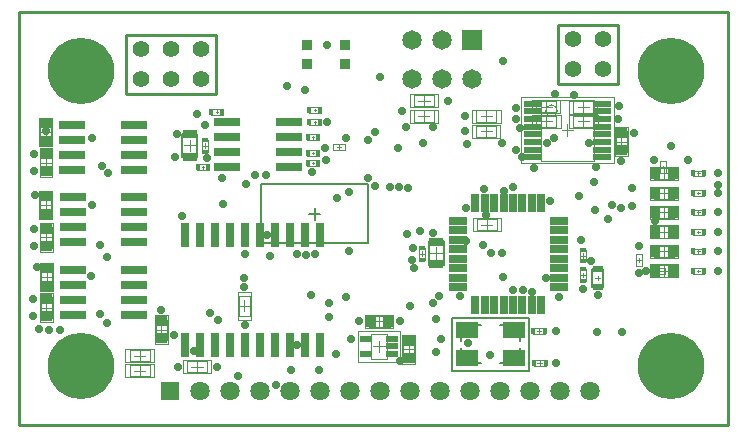
<source format=gts>
G04*
G04 #@! TF.GenerationSoftware,Altium Limited,Altium Designer,18.0.12 (696)*
G04*
G04 Layer_Color=8388736*
%FSLAX44Y44*%
%MOMM*%
G71*
G01*
G75*
%ADD14C,0.2540*%
%ADD15C,0.2000*%
%ADD19C,0.1270*%
%ADD20C,0.1000*%
%ADD21C,0.0500*%
%ADD22R,1.3000X0.8000*%
%ADD23R,0.6000X0.4500*%
%ADD24R,0.4000X0.6000*%
%ADD30R,0.9000X0.5000*%
%ADD31R,0.4500X0.6000*%
%ADD39R,1.9270X1.3270*%
%ADD40R,2.3270X0.7270*%
%ADD41R,0.8270X1.0270*%
%ADD42R,1.6270X0.6770*%
%ADD43R,0.6770X1.6270*%
%ADD44R,1.0270X0.9270*%
%ADD45R,0.9270X1.0270*%
%ADD46R,1.0270X0.8270*%
%ADD47R,0.9770X0.5270*%
%ADD48R,1.5270X0.5770*%
%ADD49R,0.8270X0.8770*%
%ADD50R,0.7270X2.1270*%
%ADD51C,0.1270*%
%ADD52R,1.6270X1.6270*%
%ADD53C,1.6270*%
%ADD54C,1.3970*%
%ADD55C,1.6510*%
%ADD56R,1.6510X1.6510*%
%ADD57C,5.6270*%
%ADD58C,0.7270*%
G36*
X233180Y253840D02*
X222198D01*
Y258759D01*
X233180D01*
Y253840D01*
D02*
G37*
G36*
X182180D02*
X171085D01*
Y258806D01*
X182180D01*
Y253840D01*
D02*
G37*
G36*
X101704Y251804D02*
X90722D01*
Y256723D01*
X101704D01*
Y251804D01*
D02*
G37*
G36*
X50704D02*
X39609D01*
Y256770D01*
X50704D01*
Y251804D01*
D02*
G37*
G36*
X233180Y241140D02*
X222216D01*
Y246056D01*
X233180D01*
Y241140D01*
D02*
G37*
G36*
X182180D02*
X171096D01*
Y246064D01*
X182180D01*
Y241140D01*
D02*
G37*
G36*
X101704Y239104D02*
X90740D01*
Y244020D01*
X101704D01*
Y239104D01*
D02*
G37*
G36*
X50704D02*
X39620D01*
Y244028D01*
X50704D01*
Y239104D01*
D02*
G37*
G36*
X233180Y228440D02*
X222227D01*
Y233331D01*
X233180D01*
Y228440D01*
D02*
G37*
G36*
X182180D02*
X171150D01*
Y233336D01*
X182180D01*
Y228440D01*
D02*
G37*
G36*
X101704Y226404D02*
X90751D01*
Y231295D01*
X101704D01*
Y226404D01*
D02*
G37*
G36*
X50704D02*
X39674D01*
Y231300D01*
X50704D01*
Y226404D01*
D02*
G37*
G36*
X233180Y215740D02*
X222219D01*
Y220607D01*
X233180D01*
Y215740D01*
D02*
G37*
G36*
X182180D02*
X171150D01*
Y220624D01*
X182180D01*
Y215740D01*
D02*
G37*
G36*
X101704Y213704D02*
X90743D01*
Y218571D01*
X101704D01*
Y213704D01*
D02*
G37*
G36*
X50704D02*
X39674D01*
Y218588D01*
X50704D01*
Y213704D01*
D02*
G37*
G36*
X102212Y190336D02*
X91230D01*
Y195255D01*
X102212D01*
Y190336D01*
D02*
G37*
G36*
X51212D02*
X40117D01*
Y195302D01*
X51212D01*
Y190336D01*
D02*
G37*
G36*
X102212Y177636D02*
X91248D01*
Y182552D01*
X102212D01*
Y177636D01*
D02*
G37*
G36*
X51212D02*
X40128D01*
Y182560D01*
X51212D01*
Y177636D01*
D02*
G37*
G36*
X102212Y164936D02*
X91259D01*
Y169827D01*
X102212D01*
Y164936D01*
D02*
G37*
G36*
X51212D02*
X40182D01*
Y169832D01*
X51212D01*
Y164936D01*
D02*
G37*
G36*
X102212Y152236D02*
X91251D01*
Y157103D01*
X102212D01*
Y152236D01*
D02*
G37*
G36*
X51212D02*
X40182D01*
Y157120D01*
X51212D01*
Y152236D01*
D02*
G37*
G36*
X102356Y129204D02*
X91374D01*
Y134123D01*
X102356D01*
Y129204D01*
D02*
G37*
G36*
X51356D02*
X40261D01*
Y134170D01*
X51356D01*
Y129204D01*
D02*
G37*
G36*
X102356Y116504D02*
X91392D01*
Y121420D01*
X102356D01*
Y116504D01*
D02*
G37*
G36*
X51356D02*
X40272D01*
Y121428D01*
X51356D01*
Y116504D01*
D02*
G37*
G36*
X102356Y103804D02*
X91403D01*
Y108695D01*
X102356D01*
Y103804D01*
D02*
G37*
G36*
X51356D02*
X40326D01*
Y108700D01*
X51356D01*
Y103804D01*
D02*
G37*
G36*
X102356Y91104D02*
X91395D01*
Y95971D01*
X102356D01*
Y91104D01*
D02*
G37*
G36*
X51356D02*
X40326D01*
Y95988D01*
X51356D01*
Y91104D01*
D02*
G37*
D14*
X166190Y280468D02*
Y330252D01*
X89990D02*
X166190D01*
X89990Y280468D02*
Y330252D01*
Y280468D02*
X166190D01*
X455930Y338836D02*
X506730D01*
Y289052D02*
Y338836D01*
X455930Y289052D02*
X506730D01*
X455930D02*
Y338836D01*
X0Y0D02*
X600000D01*
X0D02*
Y350000D01*
X600000D01*
Y0D02*
Y350000D01*
D15*
X346810Y135796D02*
X359310D01*
Y155796D01*
X346810D02*
X359310D01*
X346810Y135796D02*
Y155796D01*
X205000Y153900D02*
X225000D01*
X205000D02*
Y203900D01*
X295000D01*
Y153900D02*
Y203900D01*
X225000Y153900D02*
X295000D01*
X150522Y226728D02*
Y246728D01*
X138022Y226728D02*
X150522D01*
X138022D02*
Y246728D01*
X150522D01*
X485307Y116710D02*
X493807D01*
Y132210D01*
X485307D02*
X493807D01*
X485307Y116710D02*
Y132210D01*
X250000Y173900D02*
Y183900D01*
Y178900D02*
Y183900D01*
X245000Y178900D02*
X250000D01*
X245000D02*
X255000D01*
D19*
X423780Y55580D02*
G03*
X420780Y52580I0J-3000D01*
G01*
X376780D02*
G03*
X373780Y55580I-3000J0D01*
G01*
X420780Y84580D02*
G03*
X423780Y81580I3000J0D01*
G01*
X373780D02*
G03*
X376780Y84580I0J3000D01*
G01*
X366280Y46080D02*
Y91080D01*
X431280D01*
Y46080D02*
Y91080D01*
X366280Y46080D02*
X431280D01*
X423780Y55580D02*
Y65580D01*
X406780Y52580D02*
X420780D01*
X376780D02*
X390780D01*
X373780Y55580D02*
Y65580D01*
X423780Y71580D02*
Y81580D01*
X406780Y84580D02*
X420780D01*
X376780D02*
X390780D01*
X373780Y71580D02*
Y81580D01*
D20*
X455602Y266004D02*
G03*
X455602Y266004I-5000J0D01*
G01*
X338368Y140034D02*
X343368D01*
Y150034D01*
X338368D02*
X343368D01*
X338368Y140034D02*
Y150034D01*
X265764Y237958D02*
X275764D01*
X265764Y232958D02*
Y237958D01*
Y232958D02*
X275764D01*
Y237958D01*
X141618Y44780D02*
Y54280D01*
X159118Y44780D02*
Y54280D01*
X141618Y44780D02*
X159118D01*
X141618Y54280D02*
X159118D01*
X185750Y92518D02*
X195250D01*
X185750Y109518D02*
X195250D01*
Y92518D02*
Y109518D01*
X185750Y92518D02*
Y109518D01*
X522010Y134700D02*
X527010D01*
X522010D02*
Y144700D01*
X527010D01*
Y134700D02*
Y144700D01*
X536274Y128310D02*
Y133310D01*
X546274D01*
Y128310D02*
Y133310D01*
X536274Y128310D02*
X546274D01*
X542850Y213440D02*
X547850D01*
X542850D02*
Y223440D01*
X547850D01*
Y213440D02*
Y223440D01*
X387232Y164749D02*
Y174249D01*
X404232Y164749D02*
Y174249D01*
X387232Y164749D02*
X404232D01*
X387232Y174249D02*
X404232D01*
X245190Y264200D02*
Y269200D01*
Y264200D02*
X255190D01*
Y269200D01*
X245190D02*
X255190D01*
Y253790D02*
Y258790D01*
X245190D02*
X255190D01*
X245190Y253790D02*
Y258790D01*
Y253790D02*
X255190D01*
X253666Y241086D02*
Y246086D01*
X243666D02*
X253666D01*
X243666Y241086D02*
Y246086D01*
Y241086D02*
X253666D01*
Y227878D02*
Y232878D01*
X243666D02*
X253666D01*
X243666Y227878D02*
Y232878D01*
Y227878D02*
X253666D01*
X243666Y219496D02*
Y224496D01*
Y219496D02*
X253666D01*
Y224496D01*
X243666D02*
X253666D01*
X159868Y231474D02*
Y241474D01*
X154868Y231474D02*
X159868D01*
X154868D02*
Y241474D01*
X159868D01*
X150496Y215690D02*
X160496D01*
X150496D02*
Y220690D01*
X160496D01*
Y215690D02*
Y220690D01*
X162132Y267930D02*
X172132D01*
Y262930D02*
Y267930D01*
X162132Y262930D02*
X172132D01*
X162132D02*
Y267930D01*
X569980Y166000D02*
X579980D01*
Y161000D02*
Y166000D01*
X569980Y161000D02*
X579980D01*
X569980D02*
Y166000D01*
Y149490D02*
X579980D01*
Y144490D02*
Y149490D01*
X569980Y144490D02*
X579980D01*
X569980D02*
Y149490D01*
Y132980D02*
X579980D01*
Y127980D02*
Y132980D01*
X569980Y127980D02*
X579980D01*
X569980D02*
Y132980D01*
Y215530D02*
X579980D01*
Y210530D02*
Y215530D01*
X569980Y210530D02*
X579980D01*
X569980D02*
Y215530D01*
Y198870D02*
X579980D01*
Y193870D02*
Y198870D01*
X569980Y193870D02*
X579980D01*
X569980D02*
Y198870D01*
Y182510D02*
X579980D01*
Y177510D02*
Y182510D01*
X569980Y177510D02*
X579980D01*
X569980D02*
Y182510D01*
X537150Y168250D02*
X554150D01*
X537150Y158750D02*
X554150D01*
X537150D02*
Y168250D01*
X554150Y158750D02*
Y168250D01*
X537150Y151740D02*
X554150D01*
X537150Y142240D02*
X554150D01*
X537150D02*
Y151740D01*
X554150Y142240D02*
Y151740D01*
X537150Y135230D02*
X554150D01*
X537150Y125730D02*
X554150D01*
X537150D02*
Y135230D01*
X554150Y125730D02*
Y135230D01*
X537150Y217780D02*
X554150D01*
X537150Y208280D02*
X554150D01*
X537150D02*
Y217780D01*
X554150Y208280D02*
Y217780D01*
X537150Y201120D02*
X554150D01*
X537150Y191620D02*
X554150D01*
X537150D02*
Y201120D01*
X554150Y191620D02*
Y201120D01*
X537150Y184760D02*
X554150D01*
X537150Y175260D02*
X554150D01*
X537150D02*
Y184760D01*
X554150Y175260D02*
Y184760D01*
X475020Y122000D02*
Y132000D01*
X480020D01*
Y122000D02*
Y132000D01*
X475020Y122000D02*
X480020D01*
X474436Y138510D02*
Y148510D01*
X479436D01*
Y138510D02*
Y148510D01*
X474436Y138510D02*
X479436D01*
X434968Y77510D02*
X444968D01*
X434968D02*
Y82510D01*
X444968D01*
Y77510D02*
Y82510D01*
X435690Y50284D02*
X445690D01*
X435690D02*
Y55284D01*
X445690D01*
Y50284D02*
Y55284D01*
X468871Y273990D02*
X485872D01*
X468871Y264490D02*
X485872D01*
Y273990D01*
X468871Y264490D02*
Y273990D01*
X437646Y274244D02*
X454646D01*
X437646Y264744D02*
X454646D01*
Y274244D01*
X437646Y264744D02*
Y274244D01*
X437724Y261939D02*
X454724D01*
X437724Y252439D02*
X454724D01*
Y261939D01*
X437724Y252439D02*
Y261939D01*
X486063Y252298D02*
Y261798D01*
X469063Y252298D02*
Y261798D01*
X486063D01*
X469063Y252298D02*
X486063D01*
X386978Y266370D02*
X403978D01*
X386978Y256870D02*
X403978D01*
Y266370D01*
X386978Y256870D02*
Y266370D01*
X386822Y253550D02*
X403822D01*
X386822Y244050D02*
X403822D01*
Y253550D01*
X386822Y244050D02*
Y253550D01*
X334146Y269824D02*
X351146D01*
X334146Y279324D02*
X351146D01*
X334146Y269824D02*
Y279324D01*
X351146Y269824D02*
Y279324D01*
X333892Y256870D02*
X350892D01*
X333892Y266370D02*
X350892D01*
X333892Y256870D02*
Y266370D01*
X350892Y256870D02*
Y266370D01*
X17856Y213446D02*
Y230946D01*
X27356Y213446D02*
Y230946D01*
X17856Y213446D02*
X27356D01*
X17856Y230946D02*
X27356D01*
X296050Y92634D02*
X313550D01*
X296050Y83134D02*
X313550D01*
X296050D02*
Y92634D01*
X313550Y83134D02*
Y92634D01*
X324942Y55508D02*
Y72508D01*
X334442Y55508D02*
Y72508D01*
X324942Y55508D02*
X334442D01*
X324942Y72508D02*
X334442D01*
X311546Y55798D02*
Y77298D01*
X297546Y55798D02*
Y77298D01*
Y55798D02*
X311546D01*
X297546Y77298D02*
X311546D01*
X125146Y72367D02*
Y89367D01*
X115646Y72367D02*
Y89367D01*
X125146D01*
X115646Y72367D02*
X125146D01*
X514394Y231258D02*
Y248758D01*
X504893Y231258D02*
Y248758D01*
X514394D01*
X504893Y231258D02*
X514394D01*
X441602Y224004D02*
Y275004D01*
X486601Y224004D02*
Y275004D01*
X441602D02*
X486601D01*
X441602Y224004D02*
X486601D01*
X110354Y41462D02*
Y50962D01*
X93354Y41462D02*
Y50962D01*
X110354D01*
X93354Y41462D02*
X110354D01*
Y53924D02*
Y63424D01*
X93354Y53924D02*
Y63424D01*
X110354D01*
X93354Y53924D02*
X110354D01*
X18230Y108176D02*
X27730D01*
X18230Y90676D02*
X27730D01*
Y108176D01*
X18230Y90676D02*
Y108176D01*
X17900Y167714D02*
X27400D01*
X17900Y150214D02*
X27400D01*
Y167714D01*
X17900Y150214D02*
Y167714D01*
X17653Y256496D02*
X27153D01*
X17653Y239496D02*
X27153D01*
Y256496D01*
X17653Y239496D02*
Y256496D01*
X17448Y177629D02*
Y194629D01*
X26948Y177629D02*
Y194629D01*
X17448Y177629D02*
X26948D01*
X17448Y194629D02*
X26948D01*
X18409Y116976D02*
Y133976D01*
X27909Y116976D02*
Y133976D01*
X18409Y116976D02*
X27909D01*
X18409Y133976D02*
X27909D01*
X348060Y145796D02*
X358060D01*
X353060Y140796D02*
Y150796D01*
X340868Y143034D02*
Y147034D01*
X338868Y145034D02*
X342868D01*
X270764Y233458D02*
Y237458D01*
X268764Y235458D02*
X272764D01*
X138368Y44030D02*
Y55030D01*
X162368Y44030D02*
Y55030D01*
X138368Y44030D02*
X162368D01*
X138368Y55030D02*
X162368D01*
X145618Y49530D02*
X155118D01*
X150368Y44780D02*
Y54280D01*
X185000Y89018D02*
X196000D01*
X185000Y113018D02*
X196000D01*
Y89018D02*
Y113018D01*
X185000Y89018D02*
Y113018D01*
X190500Y96268D02*
Y105768D01*
X185750Y101018D02*
X195250D01*
X524510Y137700D02*
Y141700D01*
X522510Y139700D02*
X526510D01*
X383732Y163999D02*
Y174999D01*
X407732Y163999D02*
Y174999D01*
X383732Y163999D02*
X407732D01*
X383732Y174999D02*
X407732D01*
X390982Y169499D02*
X400482D01*
X395732Y164749D02*
Y174249D01*
X155368Y236474D02*
X159368D01*
X157368Y234474D02*
Y238474D01*
X144272Y231728D02*
Y241728D01*
X139272Y236728D02*
X149272D01*
X545650Y158750D02*
Y168250D01*
X540900Y163500D02*
X550400D01*
X533650Y169000D02*
X557650D01*
X533650Y158000D02*
X557650D01*
X533650D02*
Y169000D01*
X557650Y158000D02*
Y169000D01*
X545650Y142240D02*
Y151740D01*
X540900Y146990D02*
X550400D01*
X533650Y152490D02*
X557650D01*
X533650Y141490D02*
X557650D01*
X533650D02*
Y152490D01*
X557650Y141490D02*
Y152490D01*
X545650Y125730D02*
Y135230D01*
X540900Y130480D02*
X550400D01*
X533650Y135980D02*
X557650D01*
X533650Y124980D02*
X557650D01*
X533650D02*
Y135980D01*
X557650Y124980D02*
Y135980D01*
X545650Y208280D02*
Y217780D01*
X540900Y213030D02*
X550400D01*
X533650Y218530D02*
X557650D01*
X533650Y207530D02*
X557650D01*
X533650D02*
Y218530D01*
X557650Y207530D02*
Y218530D01*
X545650Y191620D02*
Y201120D01*
X540900Y196370D02*
X550400D01*
X533650Y201870D02*
X557650D01*
X533650Y190870D02*
X557650D01*
X533650D02*
Y201870D01*
X557650Y190870D02*
Y201870D01*
X545650Y175260D02*
Y184760D01*
X540900Y180010D02*
X550400D01*
X533650Y185510D02*
X557650D01*
X533650Y174510D02*
X557650D01*
X533650D02*
Y185510D01*
X557650Y174510D02*
Y185510D01*
X489557Y122460D02*
Y126460D01*
X487557Y124460D02*
X491557D01*
X475520Y127000D02*
X479520D01*
X477520Y125000D02*
Y129000D01*
X474936Y143510D02*
X478936D01*
X476936Y141510D02*
Y145510D01*
X439968Y78010D02*
Y82010D01*
X437968Y80010D02*
X441968D01*
X440690Y50784D02*
Y54784D01*
X438690Y52784D02*
X442690D01*
X477371Y264490D02*
Y273990D01*
X472621Y269240D02*
X482122D01*
X465372Y274740D02*
X489371D01*
X465372Y263740D02*
X489371D01*
Y274740D01*
X465372Y263740D02*
Y274740D01*
X446147Y264744D02*
Y274244D01*
X441397Y269494D02*
X450896D01*
X434147Y274994D02*
X458147D01*
X434147Y263994D02*
X458147D01*
Y274994D01*
X434147Y263994D02*
Y274994D01*
X446224Y252439D02*
Y261939D01*
X441474Y257189D02*
X450974D01*
X434224Y262689D02*
X458224D01*
X434224Y251689D02*
X458224D01*
Y262689D01*
X434224Y251689D02*
Y262689D01*
X489563Y251548D02*
Y262548D01*
X465564Y251548D02*
Y262548D01*
X489563D01*
X465564Y251548D02*
X489563D01*
X472813Y257048D02*
X482313D01*
X477564Y252298D02*
Y261798D01*
X395478Y256870D02*
Y266370D01*
X390728Y261620D02*
X400228D01*
X383478Y267120D02*
X407478D01*
X383478Y256120D02*
X407478D01*
Y267120D01*
X383478Y256120D02*
Y267120D01*
X395322Y244050D02*
Y253550D01*
X390572Y248800D02*
X400072D01*
X383322Y254300D02*
X407322D01*
X383322Y243300D02*
X407322D01*
Y254300D01*
X383322Y243300D02*
Y254300D01*
X342646Y269824D02*
Y279324D01*
X337896Y274574D02*
X347396D01*
X330646Y269074D02*
X354646D01*
X330646Y280074D02*
X354646D01*
X330646Y269074D02*
Y280074D01*
X354646Y269074D02*
Y280074D01*
X342392Y256870D02*
Y266370D01*
X337642Y261620D02*
X347142D01*
X330392Y256120D02*
X354392D01*
X330392Y267120D02*
X354392D01*
X330392Y256120D02*
Y267120D01*
X354392Y256120D02*
Y267120D01*
X17856Y222196D02*
X27356D01*
X22606Y217446D02*
Y226946D01*
X17106Y210196D02*
Y234196D01*
X28106Y210196D02*
Y234196D01*
X17106Y210196D02*
X28106D01*
X17106Y234196D02*
X28106D01*
X304800Y83134D02*
Y92634D01*
X300050Y87884D02*
X309550D01*
X292800Y93384D02*
X316800D01*
X292800Y82384D02*
X316800D01*
X292800D02*
Y93384D01*
X316800Y82384D02*
Y93384D01*
X324942Y64008D02*
X334442D01*
X329692Y59258D02*
Y68758D01*
X324192Y52008D02*
Y76008D01*
X335192Y52008D02*
Y76008D01*
X324192Y52008D02*
X335192D01*
X324192Y76008D02*
X335192D01*
X299546Y66548D02*
X309546D01*
X304546Y61548D02*
Y71548D01*
X115646Y80867D02*
X125146D01*
X120396Y76117D02*
Y85617D01*
X125896Y68867D02*
Y92867D01*
X114896Y68867D02*
Y92867D01*
X125896D01*
X114896Y68867D02*
X125896D01*
X504893Y240008D02*
X514394D01*
X509644Y235258D02*
Y244758D01*
X515144Y228008D02*
Y252008D01*
X504143Y228008D02*
Y252008D01*
X515144D01*
X504143Y228008D02*
X515144D01*
X459101Y249504D02*
X469102D01*
X464101Y244504D02*
Y254504D01*
X113854Y40712D02*
Y51712D01*
X89854Y40712D02*
Y51712D01*
X113854D01*
X89854Y40712D02*
X113854D01*
X97104Y46212D02*
X106604D01*
X101854Y41462D02*
Y50962D01*
X113854Y53174D02*
Y64174D01*
X89854Y53174D02*
Y64174D01*
X113854D01*
X89854Y53174D02*
X113854D01*
X97104Y58674D02*
X106604D01*
X101854Y53924D02*
Y63424D01*
X17480Y111426D02*
X28480D01*
X17480Y87426D02*
X28480D01*
Y111426D01*
X17480Y87426D02*
Y111426D01*
X22980Y94676D02*
Y104176D01*
X18230Y99426D02*
X27730D01*
X17150Y170964D02*
X28150D01*
X17150Y146964D02*
X28150D01*
Y170964D01*
X17150Y146964D02*
Y170964D01*
X22650Y154214D02*
Y163714D01*
X17900Y158964D02*
X27400D01*
X16903Y259996D02*
X27903D01*
X16903Y235996D02*
X27903D01*
Y259996D01*
X16903Y235996D02*
Y259996D01*
X22403Y243246D02*
Y252746D01*
X17653Y247996D02*
X27153D01*
X17448Y186129D02*
X26948D01*
X22198Y181379D02*
Y190879D01*
X16698Y174129D02*
Y198129D01*
X27698Y174129D02*
Y198129D01*
X16698Y174129D02*
X27698D01*
X16698Y198129D02*
X27698D01*
X18409Y125476D02*
X27909D01*
X23159Y120726D02*
Y130226D01*
X17659Y113476D02*
Y137476D01*
X28659Y113476D02*
Y137476D01*
X17659Y113476D02*
X28659D01*
X17659Y137476D02*
X28659D01*
D21*
X540274Y130810D02*
X542274D01*
X541274Y129810D02*
Y131810D01*
X545350Y217440D02*
Y219440D01*
X544350Y218440D02*
X546350D01*
X249190Y266700D02*
X251190D01*
X250190Y265700D02*
Y267700D01*
X249190Y256290D02*
X251190D01*
X250190Y255290D02*
Y257290D01*
X247666Y243586D02*
X249666D01*
X248666Y242586D02*
Y244586D01*
X247666Y230378D02*
X249666D01*
X248666Y229378D02*
Y231378D01*
X247666Y221996D02*
X249666D01*
X248666Y220996D02*
Y222996D01*
X155496Y217190D02*
Y219190D01*
X154496Y218190D02*
X156496D01*
X167132Y264430D02*
Y266430D01*
X166132Y265430D02*
X168132D01*
X574980Y162500D02*
Y164500D01*
X573980Y163500D02*
X575980D01*
X574980Y145990D02*
Y147990D01*
X573980Y146990D02*
X575980D01*
X574980Y129480D02*
Y131480D01*
X573980Y130480D02*
X575980D01*
X574980Y212030D02*
Y214030D01*
X573980Y213030D02*
X575980D01*
X574980Y195370D02*
Y197370D01*
X573980Y196370D02*
X575980D01*
X574980Y179010D02*
Y181010D01*
X573980Y180010D02*
X575980D01*
X322546Y53048D02*
Y80048D01*
X286546Y53048D02*
Y80048D01*
Y53048D02*
X322546D01*
X286546Y80048D02*
X322546D01*
X425102Y221504D02*
Y277504D01*
X503102Y221504D02*
Y277504D01*
X425102D02*
X503102D01*
X425102Y221504D02*
X503102D01*
D22*
X353060Y155296D02*
D03*
Y136296D02*
D03*
X144272Y246228D02*
D03*
Y227228D02*
D03*
D23*
X340868Y150034D02*
D03*
Y140034D02*
D03*
X157368Y241474D02*
D03*
Y231474D02*
D03*
X477520Y122000D02*
D03*
Y132000D02*
D03*
X476936Y138510D02*
D03*
Y148510D02*
D03*
D24*
X245690Y266700D02*
D03*
X254690D02*
D03*
Y256290D02*
D03*
X245690D02*
D03*
X253166Y243586D02*
D03*
X244166D02*
D03*
X253166Y230378D02*
D03*
X244166D02*
D03*
Y221996D02*
D03*
X253166D02*
D03*
X150996Y218190D02*
D03*
X159996D02*
D03*
X171632Y265430D02*
D03*
X162632D02*
D03*
X579480Y163500D02*
D03*
X570480D02*
D03*
X579480Y146990D02*
D03*
X570480D02*
D03*
X579480Y130480D02*
D03*
X570480D02*
D03*
X579480Y213030D02*
D03*
X570480D02*
D03*
X579480Y196370D02*
D03*
X570480D02*
D03*
X579480Y180010D02*
D03*
X570480D02*
D03*
D30*
X489557Y131960D02*
D03*
Y116960D02*
D03*
D31*
X444968Y80010D02*
D03*
X434968D02*
D03*
X445690Y52784D02*
D03*
X435690D02*
D03*
D39*
X378780Y56580D02*
D03*
X418780D02*
D03*
Y80580D02*
D03*
X378780D02*
D03*
D40*
X228180Y218190D02*
D03*
Y230890D02*
D03*
Y256290D02*
D03*
X176180Y218190D02*
D03*
Y230890D02*
D03*
Y256290D02*
D03*
X228180Y243590D02*
D03*
X176180D02*
D03*
X45356Y118954D02*
D03*
X97356D02*
D03*
X45356Y131654D02*
D03*
Y106254D02*
D03*
Y93554D02*
D03*
X97356Y131654D02*
D03*
Y106254D02*
D03*
Y93554D02*
D03*
X97212Y154686D02*
D03*
Y167386D02*
D03*
Y192786D02*
D03*
X45212Y154686D02*
D03*
Y167386D02*
D03*
Y192786D02*
D03*
X97212Y180086D02*
D03*
X45212D02*
D03*
X96704Y216154D02*
D03*
Y228854D02*
D03*
Y254254D02*
D03*
X44704Y216154D02*
D03*
Y228854D02*
D03*
Y254254D02*
D03*
X96704Y241554D02*
D03*
X44704D02*
D03*
D41*
X538150Y163500D02*
D03*
X553150D02*
D03*
X538150Y146990D02*
D03*
X553150D02*
D03*
X538150Y130480D02*
D03*
X553150D02*
D03*
X538150Y213030D02*
D03*
X553150D02*
D03*
X538150Y196370D02*
D03*
X553150D02*
D03*
X538150Y180010D02*
D03*
X553150D02*
D03*
D42*
X371020Y172780D02*
D03*
Y164780D02*
D03*
Y156780D02*
D03*
Y148780D02*
D03*
Y140780D02*
D03*
Y132780D02*
D03*
Y124780D02*
D03*
Y116780D02*
D03*
X457020D02*
D03*
Y124780D02*
D03*
Y132780D02*
D03*
Y140780D02*
D03*
Y148780D02*
D03*
Y156780D02*
D03*
Y164780D02*
D03*
Y172780D02*
D03*
D43*
X386020Y101780D02*
D03*
X394020D02*
D03*
X402020D02*
D03*
X410020D02*
D03*
X418020D02*
D03*
X426020D02*
D03*
X434020D02*
D03*
X442020D02*
D03*
Y187780D02*
D03*
X434020D02*
D03*
X426020D02*
D03*
X418020D02*
D03*
X410020D02*
D03*
X402020D02*
D03*
X394020D02*
D03*
X386020D02*
D03*
D44*
X22606Y215196D02*
D03*
Y229196D02*
D03*
X509644Y247008D02*
D03*
Y233008D02*
D03*
X22980Y106426D02*
D03*
Y92426D02*
D03*
X22650Y165964D02*
D03*
Y151964D02*
D03*
D45*
X297800Y87884D02*
D03*
X311800D02*
D03*
D46*
X329692Y56508D02*
D03*
Y71508D02*
D03*
X120396Y88367D02*
D03*
Y73367D02*
D03*
X22403Y255496D02*
D03*
Y240496D02*
D03*
X22198Y178629D02*
D03*
Y193629D02*
D03*
X23159Y117976D02*
D03*
Y132976D02*
D03*
D47*
X315796Y60048D02*
D03*
Y66548D02*
D03*
Y73048D02*
D03*
X293296D02*
D03*
Y60048D02*
D03*
D48*
X434602Y272254D02*
D03*
Y265754D02*
D03*
Y259254D02*
D03*
Y252754D02*
D03*
Y246254D02*
D03*
Y239754D02*
D03*
Y233254D02*
D03*
Y226754D02*
D03*
X493602Y272254D02*
D03*
Y265754D02*
D03*
Y259254D02*
D03*
Y252754D02*
D03*
Y246254D02*
D03*
Y239754D02*
D03*
Y233254D02*
D03*
Y226754D02*
D03*
D49*
X275842Y305560D02*
D03*
X243842D02*
D03*
Y322060D02*
D03*
X275842D02*
D03*
D50*
X140208Y67818D02*
D03*
X152908D02*
D03*
X165608D02*
D03*
X178308D02*
D03*
X191008D02*
D03*
X203708D02*
D03*
X216408D02*
D03*
X229108D02*
D03*
X241808D02*
D03*
X254508D02*
D03*
Y160818D02*
D03*
X241808D02*
D03*
X229108D02*
D03*
X216408D02*
D03*
X203708D02*
D03*
X191008D02*
D03*
X178308D02*
D03*
X165608D02*
D03*
X152908D02*
D03*
X140208D02*
D03*
D51*
X282000Y178900D02*
D03*
X218000D02*
D03*
D52*
X128000Y28851D02*
D03*
D53*
X153400D02*
D03*
X178800D02*
D03*
X204200D02*
D03*
X229600D02*
D03*
X255000D02*
D03*
X280400D02*
D03*
X305800D02*
D03*
X331200D02*
D03*
X356600D02*
D03*
X382000D02*
D03*
X407400D02*
D03*
X432800D02*
D03*
X458200D02*
D03*
X483600D02*
D03*
D54*
X153490Y292660D02*
D03*
Y318060D02*
D03*
X128090Y292660D02*
D03*
Y318060D02*
D03*
X102690Y292660D02*
D03*
Y318060D02*
D03*
X494030Y301244D02*
D03*
Y326644D02*
D03*
X468630Y301244D02*
D03*
Y326644D02*
D03*
D55*
X332711Y293116D02*
D03*
X358111D02*
D03*
X383511D02*
D03*
X332711Y326136D02*
D03*
X358111D02*
D03*
D56*
X383511D02*
D03*
D57*
X552000Y50000D02*
D03*
Y300000D02*
D03*
X52000D02*
D03*
Y50000D02*
D03*
D58*
X276860Y243078D02*
D03*
X247820Y214472D02*
D03*
X269240Y192024D02*
D03*
X279146Y197358D02*
D03*
X210094Y160818D02*
D03*
X350520Y162814D02*
D03*
X377564Y248800D02*
D03*
X226822Y286766D02*
D03*
X241808Y283718D02*
D03*
X327992Y162130D02*
D03*
X190246Y124460D02*
D03*
X150114Y263652D02*
D03*
X132080Y226822D02*
D03*
X323850Y265938D02*
D03*
X341884Y238506D02*
D03*
X327660Y252222D02*
D03*
X320802Y234442D02*
D03*
X408432Y238563D02*
D03*
X425314Y226568D02*
D03*
X393293Y199644D02*
D03*
X537210Y224536D02*
D03*
X509644Y223909D02*
D03*
X322580Y54102D02*
D03*
X281178Y72644D02*
D03*
X262128Y91694D02*
D03*
X287274Y87884D02*
D03*
X322072D02*
D03*
X212503Y143510D02*
D03*
X235204Y67818D02*
D03*
X483870Y139192D02*
D03*
X477520Y115014D02*
D03*
X489557Y110137D02*
D03*
X332660Y140034D02*
D03*
X333919Y132751D02*
D03*
X333074Y150034D02*
D03*
X157368Y254366D02*
D03*
X158750Y225806D02*
D03*
X133630Y246228D02*
D03*
X321310Y201168D02*
D03*
X328930Y200914D02*
D03*
X301244Y248412D02*
D03*
X313690Y201168D02*
D03*
X294894Y241554D02*
D03*
X409835Y308610D02*
D03*
X234950Y144780D02*
D03*
X242500Y144342D02*
D03*
X250444Y144526D02*
D03*
X278892Y147574D02*
D03*
X171958Y208781D02*
D03*
X172720Y187198D02*
D03*
X191770Y204470D02*
D03*
X199898Y211836D02*
D03*
X209042Y211582D02*
D03*
X394970Y177546D02*
D03*
X410020Y198587D02*
D03*
X436118Y217932D02*
D03*
X418020Y201740D02*
D03*
X330454Y100584D02*
D03*
X268224Y59944D02*
D03*
X217424Y33782D02*
D03*
X229870Y46482D02*
D03*
X253746Y46990D02*
D03*
X301498Y202692D02*
D03*
X339344Y164338D02*
D03*
X379476Y237998D02*
D03*
X262128Y103378D02*
D03*
X247142Y110236D02*
D03*
X167894Y88646D02*
D03*
X161798Y95250D02*
D03*
X147828Y62484D02*
D03*
X134112Y49276D02*
D03*
X259588Y224028D02*
D03*
X295354Y209502D02*
D03*
X258826Y234950D02*
D03*
X362712Y274574D02*
D03*
X349892Y252088D02*
D03*
X518716Y200406D02*
D03*
X501598Y185928D02*
D03*
X487426Y182118D02*
D03*
X509270Y183642D02*
D03*
X355346Y108966D02*
D03*
X350520Y103124D02*
D03*
X352806Y90170D02*
D03*
X357378Y72644D02*
D03*
X191262Y144526D02*
D03*
X446532Y238506D02*
D03*
X452882Y242824D02*
D03*
X373126Y108966D02*
D03*
X276606Y108204D02*
D03*
X260600Y256290D02*
D03*
X131064Y76454D02*
D03*
X137668Y177292D02*
D03*
X167640Y49530D02*
D03*
X185420Y41148D02*
D03*
X120396Y97536D02*
D03*
X190500Y116881D02*
D03*
X191008Y84582D02*
D03*
X378206Y183896D02*
D03*
X530606Y130480D02*
D03*
X518922Y185420D02*
D03*
X488696Y218186D02*
D03*
X486410Y205994D02*
D03*
X449160Y189738D02*
D03*
X473710Y193802D02*
D03*
X475996Y156464D02*
D03*
X420796Y233254D02*
D03*
X566166Y224536D02*
D03*
X552196Y236474D02*
D03*
X520566Y247008D02*
D03*
X378505Y156054D02*
D03*
X392430Y152400D02*
D03*
X524510Y128630D02*
D03*
Y151678D02*
D03*
X399796Y145796D02*
D03*
X591820Y130480D02*
D03*
Y146990D02*
D03*
Y163500D02*
D03*
Y196124D02*
D03*
Y180010D02*
D03*
Y203648D02*
D03*
Y213030D02*
D03*
X538150Y172390D02*
D03*
X454660Y52784D02*
D03*
Y80010D02*
D03*
X398282Y59690D02*
D03*
X379730Y69850D02*
D03*
X377190Y261620D02*
D03*
X304978Y294894D02*
D03*
X453647Y280159D02*
D03*
X423672Y251206D02*
D03*
X507746Y269748D02*
D03*
X469871Y279371D02*
D03*
X352552Y62230D02*
D03*
X408940Y146050D02*
D03*
X74676Y142494D02*
D03*
X498703Y174498D02*
D03*
X260350Y322060D02*
D03*
X445704Y124780D02*
D03*
X420624Y259334D02*
D03*
X420370Y268224D02*
D03*
X507238Y258826D02*
D03*
X482346Y239014D02*
D03*
X409956Y125222D02*
D03*
X417627Y114415D02*
D03*
X426720Y114300D02*
D03*
X434340Y112776D02*
D03*
X70104Y218948D02*
D03*
X68072Y152400D02*
D03*
X68580Y93980D02*
D03*
X75184Y213360D02*
D03*
X73914Y86360D02*
D03*
X61468Y243078D02*
D03*
X60960Y125984D02*
D03*
X61468Y186436D02*
D03*
X22352Y248666D02*
D03*
X24892Y80867D02*
D03*
X34290Y80660D02*
D03*
X13462Y194629D02*
D03*
X14808Y134170D02*
D03*
X16764Y81026D02*
D03*
X12642Y215196D02*
D03*
X12056Y229196D02*
D03*
X12476Y151964D02*
D03*
X12294Y165964D02*
D03*
X11908Y92426D02*
D03*
X11938Y106426D02*
D03*
X510464Y78410D02*
D03*
X488950D02*
D03*
X457020Y108278D02*
D03*
M02*

</source>
